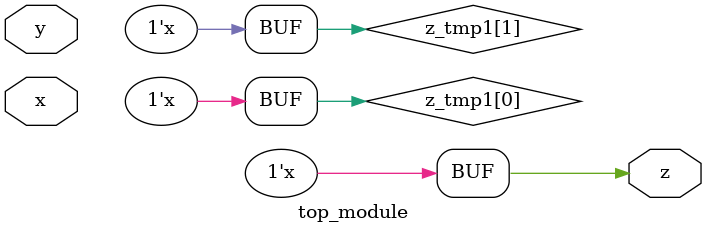
<source format=v>
module module_a (input x, input y, output z);
    assign  z = (x^y) & x;
endmodule

module module_b ( input x, input y, output z );
	//00 1	10 0	01 0	11 1
    assign z = (~x & ~y) | (x & y);
endmodule

module top_module (input x, input y, output z);
    wire z_tmp[3:0];
    wire z_tmp1[1:0];

        
        module_a A1 (x ,y ,z_tmp[0] );
        module_b B1 (x ,y ,z_tmp[1] );
        module_a A2 (x ,y ,z_tmp[2] );
        module_b B2 (x ,y ,z_tmp[3] );
    assign z_tmp1[0] = z_tmp[1] | z_tmp[0];
    assign z_tmp1[1] = z_tmp[3] & z_tmp[2];
    assign z = z_tmp1[1] ^ z_tmp1[0];
    
endmodule

</source>
